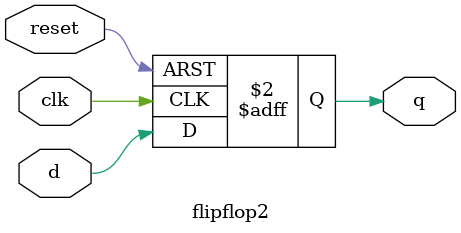
<source format=v>

module flipflop2(
  input wire clk,   //Señal de reloj
  input wire reset, //Señal de reset
  input wire d,     //Entrada
  output reg q      //Salida
);

  always @(negedge clk or posedge reset) begin    //posedge = flancos de subida, negedge = flancos de bajada
    if (reset)      // Si se activa la señal de reinicio
      q <= 1'b0;    // Reiniciar la salida a 0
    else
      q <= d;       // La salida toma el valor de la entrada de datos en el flanco de reloj negativo
  end
endmodule

</source>
